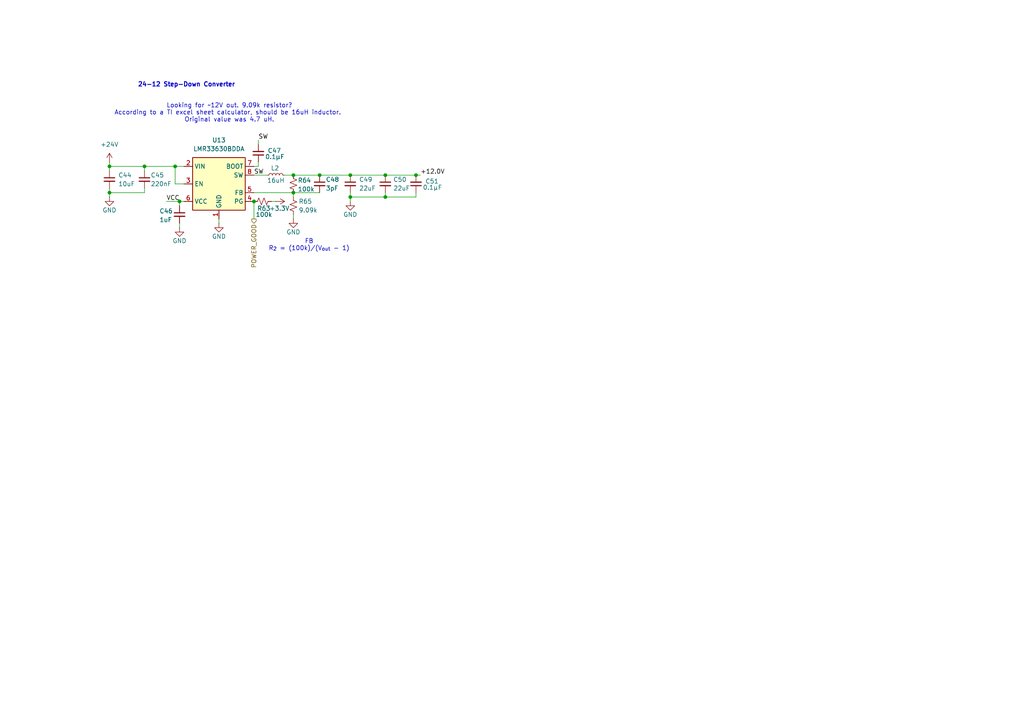
<source format=kicad_sch>
(kicad_sch (version 20250114) (generator "eeschema") (generator_version "9.0")
  (paper "A4")
  (lib_symbols
    (symbol "Device:C_Small" (pin_numbers (hide yes)) (pin_names (offset 0.254) (hide yes))
      (property "Reference" "C" (at 0.254 1.778 0))
      (property "Value" "C_Small" (at 0.254 -2.032 0))
      (symbol "C_Small_0_1"
        (polyline (pts (xy -1.524 0.508) (xy 1.524 0.508)) (stroke (width 0.3048)))
        (polyline (pts (xy -1.524 -0.508) (xy 1.524 -0.508)) (stroke (width 0.3302)))
      )
      (symbol "C_Small_1_1"
        (pin passive line (at 0 2.54 270) (length 2.032) (name "~") (number "1"))
        (pin passive line (at 0 -2.54 90) (length 2.032) (name "~") (number "2"))
      )
    )
    (symbol "Device:L_Small" (pin_numbers (hide yes)) (pin_names (offset 0.254) (hide yes))
      (property "Reference" "L" (at 0.762 1.016 0))
      (property "Value" "L_Small" (at 0.762 -1.016 0))
      (symbol "L_Small_0_1"
        (arc (start 0 2.032) (mid 0.5058 1.524) (end 0 1.016))
        (arc (start 0 1.016) (mid 0.5058 0.508) (end 0 0))
        (arc (start 0 0) (mid 0.5058 -0.508) (end 0 -1.016))
        (arc (start 0 -1.016) (mid 0.5058 -1.524) (end 0 -2.032))
      )
      (symbol "L_Small_1_1"
        (pin passive line (at 0 2.54 270) (length 0.508) (name "~") (number "1"))
        (pin passive line (at 0 -2.54 90) (length 0.508) (name "~") (number "2"))
      )
    )
    (symbol "Device:R_Small_US" (pin_numbers (hide yes)) (pin_names (offset 0.254) (hide yes))
      (property "Reference" "R" (at 0.762 0.508 0))
      (property "Value" "R_Small_US" (at 0.762 -1.016 0))
      (symbol "R_Small_US_1_1"
        (polyline (pts (xy 0 1.524) (xy 1.016 1.143) (xy 0 0.762) (xy -1.016 0.381) (xy 0 0)))
        (polyline (pts (xy 0 0) (xy 1.016 -0.381) (xy 0 -0.762) (xy -1.016 -1.143) (xy 0 -1.524)))
        (pin passive line (at 0 2.54 270) (length 1.016) (name "~") (number "1"))
        (pin passive line (at 0 -2.54 90) (length 1.016) (name "~") (number "2"))
      )
    )
    (symbol "Regulator_Switching:LMR33630BDDA"
      (property "Reference" "U" (at 0 11.43 0))
      (property "Value" "LMR33630BDDA" (at 0 8.89 0))
      (symbol "LMR33630BDDA_0_1"
        (rectangle (start -7.62 7.62) (end 7.62 -7.62) (stroke (width 0.254)) (fill (type background)))
      )
      (symbol "LMR33630BDDA_1_1"
        (pin power_in line (at -10.16 5.08 0) (length 2.54) (name "VIN") (number "2"))
        (pin input line (at -10.16 0 0) (length 2.54) (name "EN") (number "3"))
        (pin power_out line (at -10.16 -5.08 0) (length 2.54) (name "VCC") (number "6"))
        (pin power_in line (at 0 -10.16 90) (length 2.54) (name "GND") (number "1"))
        (pin passive line (at 0 -10.16 90) (length 2.54) (hide yes) (name "GND") (number "9"))
        (pin input line (at 10.16 5.08 180) (length 2.54) (name "BOOT") (number "7"))
        (pin output line (at 10.16 2.54 180) (length 2.54) (name "SW") (number "8"))
        (pin input line (at 10.16 -2.54 180) (length 2.54) (name "FB") (number "5"))
        (pin open_collector line (at 10.16 -5.08 180) (length 2.54) (name "PG") (number "4"))
      )
    )
    (symbol "power:+24V" (power) (pin_numbers (hide yes)) (pin_names (offset 0) (hide yes))
      (property "Value" "+24V" (at 0 3.556 0))
      (symbol "+24V_0_1"
        (polyline (pts (xy -0.762 1.27) (xy 0 2.54)))
        (polyline (pts (xy 0 2.54) (xy 0.762 1.27)))
        (polyline (pts (xy 0 0) (xy 0 2.54)))
      )
      (symbol "+24V_1_1"
        (pin power_in line (at 0 0 90) (length 0) (name "~") (number "1"))
      )
    )
    (symbol "power:GND" (power) (pin_numbers (hide yes)) (pin_names (offset 0) (hide yes))
      (property "Value" "GND" (at 0 -3.81 0))
      (symbol "GND_0_1"
        (polyline (pts (xy 0 0) (xy 0 -1.27) (xy 1.27 -1.27) (xy 0 -2.54) (xy -1.27 -1.27) (xy 0 -1.27)))
      )
      (symbol "GND_1_1"
        (pin power_in line (at 0 0 270) (length 0) (name "~") (number "1"))
      )
    )
  )
  (text "FB\nR_{2} = (100k)/(V_{out} - 1)" (at 89.662 71.12 0) (effects (font (size 1.27 1.27))))
  (text "Looking for ~12V out. 9.09k resistor?\nAccording to a TI excel sheet calculator, should be 16uH inductor. \nOriginal value was 4.7 uH." (at 66.548 32.766 0) (effects (font (size 1.27 1.27))))
  (text "24-12 Step-Down Converter" (at 54.102 24.638 0) (effects (font (size 1.27 1.27) (thickness 0.254) (bold yes))))
  (junction (at 31.75 55.88))
  (junction (at 73.66 58.42))
  (junction (at 31.75 48.26))
  (junction (at 85.09 50.8))
  (junction (at 50.8 48.26))
  (junction (at 52.07 58.42))
  (junction (at 101.6 50.8))
  (junction (at 111.76 50.8))
  (junction (at 85.09 55.88))
  (junction (at 111.76 57.15))
  (junction (at 101.6 57.15))
  (junction (at 120.65 50.8))
  (junction (at 92.71 50.8))
  (junction (at 41.91 48.26))
  (wire (pts (xy 73.66 55.88) (xy 85.09 55.88)))
  (wire (pts (xy 50.8 48.26) (xy 53.34 48.26)))
  (wire (pts (xy 111.76 57.15) (xy 120.65 57.15)))
  (wire (pts (xy 73.66 50.8) (xy 77.47 50.8)))
  (wire (pts (xy 52.07 64.77) (xy 52.07 66.04)))
  (wire (pts (xy 101.6 50.8) (xy 111.76 50.8)))
  (wire (pts (xy 111.76 55.88) (xy 111.76 57.15)))
  (wire (pts (xy 73.66 48.26) (xy 74.93 48.26)))
  (wire (pts (xy 41.91 48.26) (xy 41.91 49.53)))
  (wire (pts (xy 85.09 57.15) (xy 85.09 55.88)))
  (wire (pts (xy 31.75 55.88) (xy 31.75 54.61)))
  (wire (pts (xy 31.75 49.53) (xy 31.75 48.26)))
  (wire (pts (xy 31.75 57.15) (xy 31.75 55.88)))
  (wire (pts (xy 52.07 58.42) (xy 53.34 58.42)))
  (wire (pts (xy 73.66 58.42) (xy 73.66 63.5)))
  (wire (pts (xy 82.55 50.8) (xy 85.09 50.8)))
  (wire (pts (xy 120.65 50.8) (xy 121.92 50.8)))
  (wire (pts (xy 63.5 63.5) (xy 63.5 64.77)))
  (wire (pts (xy 52.07 59.69) (xy 52.07 58.42)))
  (wire (pts (xy 101.6 57.15) (xy 101.6 58.42)))
  (wire (pts (xy 111.76 50.8) (xy 120.65 50.8)))
  (wire (pts (xy 48.26 58.42) (xy 52.07 58.42)))
  (wire (pts (xy 31.75 48.26) (xy 41.91 48.26)))
  (wire (pts (xy 50.8 48.26) (xy 50.8 53.34)))
  (wire (pts (xy 31.75 55.88) (xy 41.91 55.88)))
  (wire (pts (xy 92.71 50.8) (xy 101.6 50.8)))
  (wire (pts (xy 74.93 40.64) (xy 74.93 41.91)))
  (wire (pts (xy 41.91 48.26) (xy 50.8 48.26)))
  (wire (pts (xy 120.65 55.88) (xy 120.65 57.15)))
  (wire (pts (xy 85.09 50.8) (xy 92.71 50.8)))
  (wire (pts (xy 53.34 53.34) (xy 50.8 53.34)))
  (wire (pts (xy 78.74 58.42) (xy 80.01 58.42)))
  (wire (pts (xy 41.91 54.61) (xy 41.91 55.88)))
  (wire (pts (xy 31.75 46.99) (xy 31.75 48.26)))
  (wire (pts (xy 74.93 48.26) (xy 74.93 46.99)))
  (wire (pts (xy 85.09 62.23) (xy 85.09 63.5)))
  (wire (pts (xy 111.76 57.15) (xy 101.6 57.15)))
  (wire (pts (xy 85.09 55.88) (xy 92.71 55.88)))
  (wire (pts (xy 101.6 55.88) (xy 101.6 57.15)))
  (label "VCC" (at 48.26 58.42 0))
  (label "+12.0V" (at 121.92 50.8 0))
  (label "SW" (at 74.93 40.64 0))
  (label "SW" (at 73.66 50.8 0))
  (hierarchical_label "POWER_GOOD" (shape output) (at 73.66 63.5 270))
  (symbol (lib_id "Device:C_Small") (at 41.91 52.07 0) (unit 1)
    (property "Reference" "C45" (at 43.688 50.8 0) (effects (justify left)))
    (property "Value" "220nF" (at 43.688 53.34 0) (effects (justify left)))
    (property "Footprint" "Capacitor_SMD:C_0805_2012Metric" (effects (hide yes)))
    (property "Description" "Unpolarized capacitor, small symbol" (effects (hide yes)))
    (property "Voltage" "50V" (effects (hide yes)))
    (property "Dielectric" "X5R or X7R" (effects (hide yes)))
    (property "LCSC" "C5378" (effects (hide yes)))
  )
  (symbol (lib_id "Device:C_Small") (at 31.75 52.07 0) (unit 1)
    (property "Reference" "C44" (at 34.29 50.8062 0) (effects (justify left)))
    (property "Value" "10uF" (at 34.29 53.3462 0) (effects (justify left)))
    (property "Footprint" "Capacitor_SMD:C_1206_3216Metric" (effects (hide yes)))
    (property "Description" "Unpolarized capacitor, small symbol" (effects (hide yes)))
    (property "Voltage" "50V" (effects (hide yes)))
    (property "Dielectric" "X5R or X7R" (effects (hide yes)))
    (property "P/N" "CL31A106KBHNNNE" (effects (hide yes)))
    (property "LCSC" "C13585" (effects (hide yes)))
  )
  (symbol (lib_id "Device:R_Small_US") (at 85.09 53.34 0) (unit 1)
    (property "Reference" "R64" (at 86.36 52.324 0) (effects (justify left)))
    (property "Value" "100k" (at 86.36 54.864 0) (effects (justify left)))
    (property "Footprint" "Resistor_SMD:R_0603_1608Metric" (effects (hide yes)))
    (property "Description" "Resistor, small US symbol" (effects (hide yes)))
    (property "LCSC" "C25531" (effects (hide yes)))
    (property "MPN" "0402WGJ0103TCE" (effects (hide yes)))
  )
  (symbol (lib_id "power:+24V") (at 31.75 46.99 0) (unit 1)
    (property "Reference" "#PWR0118" (effects (hide yes)))
    (property "Value" "+24V" (at 31.75 41.91 0))
    (property "Description" "Power symbol creates a global label with name \"+24V\"" (effects (hide yes)))
  )
  (symbol (lib_id "Regulator_Switching:LMR33630BDDA") (at 63.5 53.34 0) (unit 1)
    (property "Reference" "U13" (at 63.5 40.64 0))
    (property "Value" "LMR33630BDDA" (at 63.5 43.18 0))
    (property "Footprint" "Package_SO:Texas_HSOP-8-1EP_3.9x4.9mm_P1.27mm_ThermalVias" (effects (hide yes)))
    (property "Datasheet" "http://www.ti.com/lit/ds/symlink/lmr33630.pdf" (effects (hide yes)))
    (property "Description" "Simple Switcher Synchronous Buck Regulator, Vin=3.8-36V, Iout=3A, F=1400kHz, Adjustable output voltage, HSOP-8" (effects (hide yes)))
    (property "LCSC" "C544370" (effects (hide yes)))
  )
  (symbol (lib_id "power:GND") (at 31.75 57.15 0) (unit 1)
    (property "Reference" "#PWR0119" (effects (hide yes)))
    (property "Value" "GND" (at 31.75 60.96 0))
    (property "Description" "Power symbol creates a global label with name \"GND\" , ground" (effects (hide yes)))
  )
  (symbol (lib_id "Device:R_Small_US") (at 85.09 59.69 0) (unit 1)
    (property "Reference" "R65" (at 86.614 58.42 0) (effects (justify left)))
    (property "Value" "9.09k" (at 86.614 60.96 0) (effects (justify left)))
    (property "Footprint" "Resistor_SMD:R_0603_1608Metric" (effects (hide yes)))
    (property "Description" "Resistor, small US symbol" (effects (hide yes)))
    (property "MPN" "0402WGF3301TCE" (effects (hide yes)))
    (property "LCSC" "C25890" (effects (hide yes)))
  )
  (symbol (lib_id "power:GND") (at 52.07 66.04 0) (unit 1)
    (property "Reference" "#PWR0120" (effects (hide yes)))
    (property "Value" "GND" (at 52.07 69.85 0))
    (property "Description" "Power symbol creates a global label with name \"GND\" , ground" (effects (hide yes)))
  )
  (symbol (lib_id "Device:C_Small") (at 101.6 53.34 0) (unit 1)
    (property "Reference" "C49" (at 104.14 52.0762 0) (effects (justify left)))
    (property "Value" "22uF" (at 104.14 54.6162 0) (effects (justify left)))
    (property "Footprint" "Capacitor_SMD:C_0805_2012Metric" (effects (hide yes)))
    (property "Description" "Unpolarized capacitor, small symbol" (effects (hide yes)))
    (property "Dielectric" "X5R or X7R" (effects (hide yes)))
    (property "LCSC" "C602037" (effects (hide yes)))
  )
  (symbol (lib_id "power:GND") (at 85.09 63.5 0) (unit 1)
    (property "Reference" "#PWR0123" (effects (hide yes)))
    (property "Value" "GND" (at 85.09 67.31 0))
    (property "Description" "Power symbol creates a global label with name \"GND\" , ground" (effects (hide yes)))
  )
  (symbol (lib_id "Device:C_Small") (at 52.07 62.23 0) (unit 1)
    (property "Reference" "C46" (at 46.228 61.214 0) (effects (justify left)))
    (property "Value" "1uF" (at 46.228 63.754 0) (effects (justify left)))
    (property "Footprint" "Capacitor_SMD:C_0603_1608Metric" (effects (hide yes)))
    (property "Description" "Unpolarized capacitor, small symbol" (effects (hide yes)))
    (property "Dielectric" "X5R or X7R" (effects (hide yes)))
    (property "LCSC" "C29936" (effects (hide yes)))
  )
  (symbol (lib_id "Device:C_Small") (at 111.76 53.34 0) (unit 1)
    (property "Reference" "C50" (at 114.046 52.07 0) (effects (justify left)))
    (property "Value" "22uF" (at 114.046 54.61 0) (effects (justify left)))
    (property "Footprint" "Capacitor_SMD:C_0805_2012Metric" (effects (hide yes)))
    (property "Description" "Unpolarized capacitor, small symbol" (effects (hide yes)))
    (property "Dielectric" "X5R or X7R" (effects (hide yes)))
    (property "LCSC" "C602037" (effects (hide yes)))
  )
  (symbol (lib_id "Device:L_Small") (at 80.01 50.8 90) (unit 1)
    (property "Reference" "L2" (at 79.756 48.768 90))
    (property "Value" "16uH" (at 80.01 52.324 90))
    (property "Footprint" "Inductor_SMD:L_Bourns_SRP7028A_7.3x6.6mm" (effects (hide yes)))
    (property "Datasheet" "https://www.lcsc.com/datasheet/C840529.pdf" (effects (hide yes)))
    (property "Description" "FIXED IND 4.7uH 5.5A 37mΩ SMD,6.6x7.3mm" (effects (hide yes)))
    (property "LCSC" "C840529" (effects (hide yes)))
  )
  (symbol (lib_id "Device:C_Small") (at 74.93 44.45 180) (unit 1)
    (property "Reference" "C47" (at 81.534 43.688 0) (effects (justify left)))
    (property "Value" "0.1μF" (at 82.55 45.466 0) (effects (justify left)))
    (property "Footprint" "Capacitor_SMD:C_0402_1005Metric" (effects (hide yes)))
    (property "Description" "Unpolarized capacitor, small symbol" (effects (hide yes)))
    (property "MPN" "CL05B104KO5NNNC" (effects (hide yes)))
    (property "LCSC" "C307331" (effects (hide yes)))
  )
  (symbol (lib_id "Device:R_Small_US") (at 76.2 58.42 90) (unit 1)
    (property "Reference" "R63" (at 78.486 60.452 90) (effects (justify left)))
    (property "Value" "100k" (at 78.994 62.23 90) (effects (justify left)))
    (property "Footprint" "Resistor_SMD:R_0603_1608Metric" (effects (hide yes)))
    (property "Description" "Resistor, small US symbol" (effects (hide yes)))
    (property "LCSC" "C25531" (effects (hide yes)))
    (property "MPN" "0402WGJ0103TCE" (effects (hide yes)))
  )
  (symbol (lib_id "Device:C_Small") (at 92.71 53.34 0) (unit 1)
    (property "Reference" "C48" (at 94.488 52.07 0) (effects (justify left)))
    (property "Value" "3pF" (at 94.488 54.61 0) (effects (justify left)))
    (property "Footprint" "Capacitor_SMD:C_0603_1608Metric" (effects (hide yes)))
    (property "Description" "Unpolarized capacitor, small symbol" (effects (hide yes)))
    (property "Dielectric" "X5R or X7R" (effects (hide yes)))
    (property "LCSC" "C695157" (effects (hide yes)))
  )
  (symbol (lib_id "power:GND") (at 63.5 64.77 0) (unit 1)
    (property "Reference" "#PWR0121" (effects (hide yes)))
    (property "Value" "GND" (at 63.5 68.58 0))
    (property "Description" "Power symbol creates a global label with name \"GND\" , ground" (effects (hide yes)))
  )
  (symbol (lib_id "power:+24V") (at 80.01 58.42 270) (unit 1)
    (property "Reference" "#PWR0122" (effects (hide yes)))
    (property "Value" "+3.3V" (at 81.026 60.452 90))
    (property "Description" "Power symbol creates a global label with name \"+24V\"" (effects (hide yes)))
  )
  (symbol (lib_id "power:GND") (at 101.6 58.42 0) (unit 1)
    (property "Reference" "#PWR0124" (effects (hide yes)))
    (property "Value" "GND" (at 101.6 62.23 0))
    (property "Description" "Power symbol creates a global label with name \"GND\" , ground" (effects (hide yes)))
  )
  (symbol (lib_id "Device:C_Small") (at 120.65 53.34 180) (unit 1)
    (property "Reference" "C51" (at 127.254 52.578 0) (effects (justify left)))
    (property "Value" "0.1μF" (at 128.27 54.356 0) (effects (justify left)))
    (property "Footprint" "Capacitor_SMD:C_0402_1005Metric" (effects (hide yes)))
    (property "Description" "Unpolarized capacitor, small symbol" (effects (hide yes)))
    (property "MPN" "CL05B104KO5NNNC" (effects (hide yes)))
    (property "LCSC" "C307331" (effects (hide yes)))
  )
)
</source>
